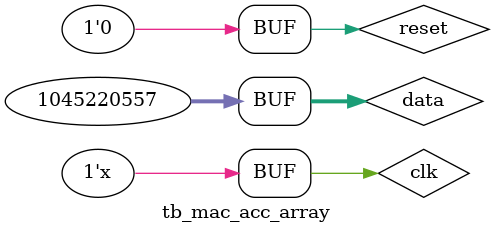
<source format=v>
`timescale 1ns / 1ps


module tb_mac_acc_array(

    );
    
 
    
reg  clk ;
reg  reset;

reg [31:0] data;

initial begin
   clk = 0;
   reset = 1;
   data = 32'h3E4CCCCD; // 0.2=3E4CCCCD  0.4=3ECCCCCD  0.6=3F19999A  1.6=3FCCCCCD
#100 reset = 0;

end    
    
 always@(*) #5  clk <= ~clk;  
    
    
    
    
    
    
    
    
    
    
    
endmodule

</source>
